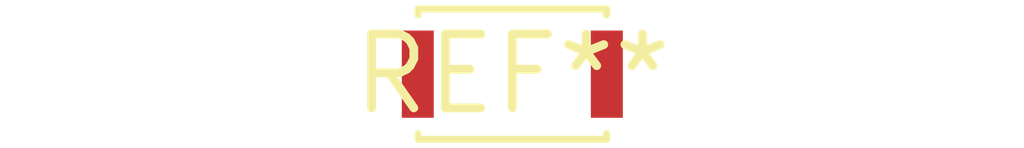
<source format=kicad_pcb>
(kicad_pcb (version 20240108) (generator pcbnew)
  (layers (0 "F.Cu" signal) (31 "B.Cu" signal) (34 "B.Paste" user) (35 "F.Paste" user) (36 "B.SilkS" user "B.Silkscreen") (37 "F.SilkS" user "F.Silkscreen") (38 "B.Mask" user) (39 "F.Mask" user) (44 "Edge.Cuts" user))
  (net 0 "")
  (footprint "SW_SPST_CK_KXT3" (layer "F.Cu") (at 0 0)
    (property "Reference" "REF**")
    (property "Value" "SW_SPST_CK_KXT3")
    (fp_line (start -1.62 -1.12) (end -1.62 -1.02) (layer "F.SilkS") (stroke (width 0.12)))
    (fp_line (start -1.62 -1.12) (end 1.62 -1.12) (layer "F.SilkS") (stroke (width 0.12)))
    (fp_line (start -1.62 1.02) (end -1.62 1.12) (layer "F.SilkS") (stroke (width 0.12)))
    (fp_line (start -1.62 1.12) (end 1.62 1.12) (layer "F.SilkS") (stroke (width 0.12)))
    (fp_line (start 1.62 -1.12) (end 1.62 -1.02) (layer "F.SilkS") (stroke (width 0.12)))
    (fp_line (start 1.62 1.02) (end 1.62 1.12) (layer "F.SilkS") (stroke (width 0.12)))
    (pad "1" smd rect (at -1.625 0) (size 0.55 1.5) (layers "F.Cu" "F.Paste" "F.Mask"))
    (pad "2" smd rect (at 1.625 0) (size 0.55 1.5) (layers "F.Cu" "F.Paste" "F.Mask"))
  )
)
</source>
